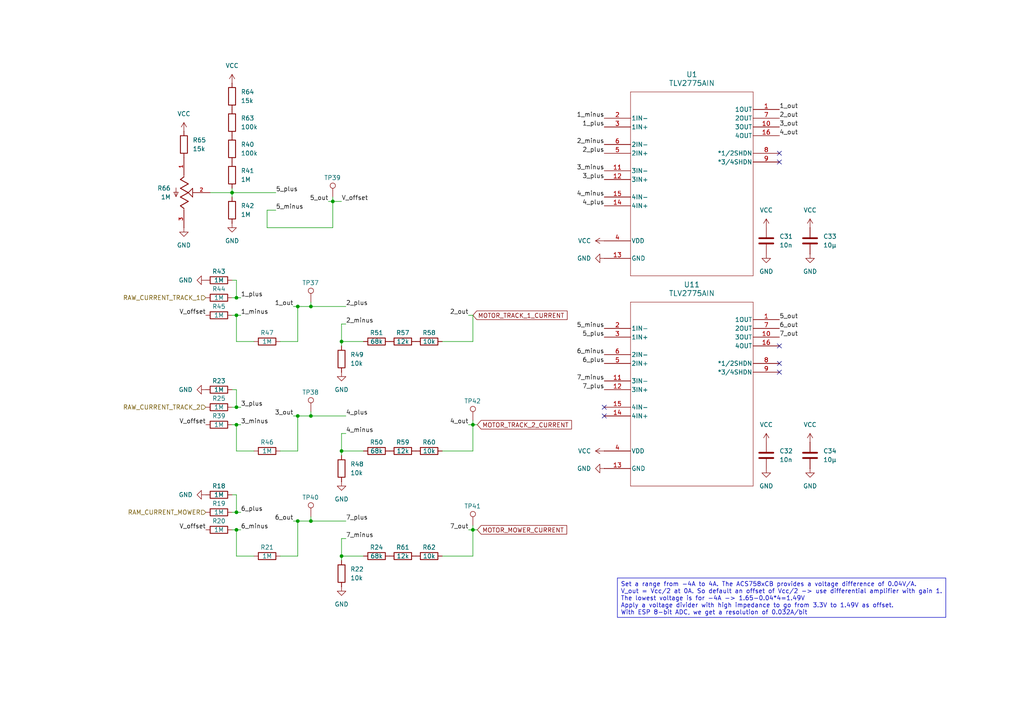
<source format=kicad_sch>
(kicad_sch (version 20231120) (generator "eeschema") (generator_version "8.0")
  (paper "A4")
  (title_block (date "2024-10-11") (rev "V0.2"))
  (lib_symbols
    (symbol "Connector:TestPoint" (pin_numbers hide) (pin_names (offset 0.762) hide)
      (property "Reference" "TP" (at 0 6.858 0))
      (property "Value" "TestPoint" (at 0 5.08 0))
      (symbol "TestPoint_0_1"
        (circle (center 0 3.302) (radius 0.762))
      )
      (symbol "TestPoint_1_1"
        (pin passive line (at 0 0 90) (length 2.54) (name "1") (number "1"))
      )
    )
    (symbol "Device:C" (pin_numbers hide) (pin_names (offset 0.254))
      (property "Reference" "C" (at 0.635 2.54 0))
      (property "Value" "C" (at 0.635 -2.54 0))
      (symbol "C_0_1"
        (polyline (pts (xy -2.032 -0.762) (xy 2.032 -0.762)) (stroke (width 0.508)))
        (polyline (pts (xy -2.032 0.762) (xy 2.032 0.762)) (stroke (width 0.508)))
      )
      (symbol "C_1_1"
        (pin passive line (at 0 3.81 270) (length 2.794) (name "~") (number "1"))
        (pin passive line (at 0 -3.81 90) (length 2.794) (name "~") (number "2"))
      )
    )
    (symbol "Device:R" (pin_numbers hide) (pin_names (offset 0))
      (property "Reference" "R" (at 2.032 0 90))
      (property "Value" "R" (at 0 0 90))
      (symbol "R_0_1"
        (rectangle (start -1.016 -2.54) (end 1.016 2.54) (stroke (width 0.254)))
      )
      (symbol "R_1_1"
        (pin passive line (at 0 3.81 270) (length 1.27) (name "~") (number "1"))
        (pin passive line (at 0 -3.81 90) (length 1.27) (name "~") (number "2"))
      )
    )
    (symbol "TLV2775AIN:TLV2775AIN" (pin_names (offset 0.254))
      (property "Reference" "U" (at 25.4 12.7 0))
      (property "Value" "TLV2775AIN" (at 25.4 10.16 0))
      (symbol "TLV2775AIN_0_1"
        (polyline (pts (xy 7.62 -45.72) (xy 43.18 -45.72)) (stroke (width 0.127)))
        (polyline (pts (xy 7.62 7.62) (xy 7.62 -45.72)) (stroke (width 0.127)))
        (polyline (pts (xy 43.18 -45.72) (xy 43.18 7.62)) (stroke (width 0.127)))
        (polyline (pts (xy 43.18 7.62) (xy 7.62 7.62)) (stroke (width 0.127)))
        (pin output line (at 50.8 2.54 180) (length 7.62) (name "1OUT") (number "1"))
        (pin output line (at 50.8 -2.54 180) (length 7.62) (name "3OUT") (number "10"))
        (pin input line (at 0 -15.24 0) (length 7.62) (name "3IN-") (number "11"))
        (pin input line (at 0 -17.78 0) (length 7.62) (name "3IN+") (number "12"))
        (pin power_in line (at 0 -40.64 0) (length 7.62) (name "GND") (number "13"))
        (pin input line (at 0 -25.4 0) (length 7.62) (name "4IN+") (number "14"))
        (pin input line (at 0 -22.86 0) (length 7.62) (name "4IN-") (number "15"))
        (pin output line (at 50.8 -5.08 180) (length 7.62) (name "4OUT") (number "16"))
        (pin input line (at 0 0 0) (length 7.62) (name "1IN-") (number "2"))
        (pin input line (at 0 -2.54 0) (length 7.62) (name "1IN+") (number "3"))
        (pin power_in line (at 0 -35.56 0) (length 7.62) (name "VDD") (number "4"))
        (pin input line (at 0 -10.16 0) (length 7.62) (name "2IN+") (number "5"))
        (pin input line (at 0 -7.62 0) (length 7.62) (name "2IN-") (number "6"))
        (pin output line (at 50.8 0 180) (length 7.62) (name "2OUT") (number "7"))
        (pin unspecified line (at 50.8 -10.16 180) (length 7.62) (name "*1/2SHDN") (number "8"))
        (pin unspecified line (at 50.8 -12.7 180) (length 7.62) (name "*3/4SHDN") (number "9"))
      )
    )
    (symbol "power:GND" (power) (pin_numbers hide) (pin_names (offset 0) hide)
      (property "Value" "GND" (at 0 -3.81 0))
      (symbol "GND_0_1"
        (polyline (pts (xy 0 0) (xy 0 -1.27) (xy 1.27 -1.27) (xy 0 -2.54) (xy -1.27 -1.27) (xy 0 -1.27)))
      )
      (symbol "GND_1_1"
        (pin power_in line (at 0 0 270) (length 0) (name "~") (number "1"))
      )
    )
    (symbol "power:VCC" (power) (pin_numbers hide) (pin_names (offset 0) hide)
      (property "Value" "VCC" (at 0 3.556 0))
      (symbol "VCC_0_1"
        (polyline (pts (xy -0.762 1.27) (xy 0 2.54)))
        (polyline (pts (xy 0 0) (xy 0 2.54)))
        (polyline (pts (xy 0 2.54) (xy 0.762 1.27)))
      )
      (symbol "VCC_1_1"
        (pin power_in line (at 0 0 90) (length 0) (name "~") (number "1"))
      )
    )
    (symbol "trim-pot:TC33X-2-105E" (pin_names (offset 1.016))
      (property "Reference" "R" (at 3.0511 3.8139 0))
      (property "Value" "TC33X-2-105E" (at 2.5421 -5.0842 0))
      (symbol "TC33X-2-105E_0_0"
        (polyline (pts (xy -4.572 0) (xy -5.08 0)) (stroke (width 0.1524)))
        (polyline (pts (xy -3.81 -1.016) (xy -4.572 0)) (stroke (width 0.254)))
        (polyline (pts (xy -2.54 1.27) (xy -3.81 -1.016)) (stroke (width 0.254)))
        (polyline (pts (xy -1.397 -2.286) (xy 1.143 -2.286)) (stroke (width 0.1524)))
        (polyline (pts (xy -1.27 -1.016) (xy -2.54 1.27)) (stroke (width 0.254)))
        (polyline (pts (xy -1.27 2.54) (xy 1.27 2.54)) (stroke (width 0.2032)))
        (polyline (pts (xy -0.127 -2.921) (xy -0.127 -1.651)) (stroke (width 0.1524)))
        (polyline (pts (xy -0.127 -1.651) (xy 1.143 -2.286)) (stroke (width 0.1524)))
        (polyline (pts (xy 0 1.27) (xy -1.27 -1.016)) (stroke (width 0.254)))
        (polyline (pts (xy 0 1.27) (xy -1.27 2.54)) (stroke (width 0.2032)))
        (polyline (pts (xy 1.143 -2.286) (xy -0.127 -2.921)) (stroke (width 0.1524)))
        (polyline (pts (xy 1.27 -1.016) (xy 0 1.27)) (stroke (width 0.254)))
        (polyline (pts (xy 1.27 2.54) (xy 0 1.27)) (stroke (width 0.2032)))
        (polyline (pts (xy 2.54 1.27) (xy 1.27 -1.016)) (stroke (width 0.254)))
        (polyline (pts (xy 3.81 -1.016) (xy 2.54 1.27)) (stroke (width 0.254)))
        (polyline (pts (xy 4.572 0) (xy 3.81 -1.016)) (stroke (width 0.254)))
        (polyline (pts (xy 5.08 0) (xy 4.572 0)) (stroke (width 0.1524)))
        (pin passive line (at -10.16 0 0) (length 5.08) (name "~") (number "1"))
        (pin passive line (at 0 7.62 270) (length 5.08) (name "~") (number "2"))
        (pin passive line (at 10.16 0 180) (length 5.08) (name "~") (number "3"))
      )
    )
  )
  (junction (at 99.06 161.29))
  (junction (at 90.17 120.65))
  (junction (at 86.36 151.13))
  (junction (at 68.58 153.67))
  (junction (at 86.36 88.9))
  (junction (at 68.58 148.59))
  (junction (at 68.58 123.19))
  (junction (at 137.16 123.19))
  (junction (at 90.17 88.9))
  (junction (at 68.58 86.36))
  (junction (at 96.52 58.42))
  (junction (at 90.17 151.13))
  (junction (at 86.36 120.65))
  (junction (at 68.58 91.44))
  (junction (at 99.06 99.06))
  (junction (at 137.16 153.67))
  (junction (at 67.31 55.88))
  (junction (at 99.06 130.81))
  (junction (at 68.58 118.11))
  (no_connect (at 175.26 120.65))
  (no_connect (at 226.06 46.99))
  (no_connect (at 226.06 100.33))
  (no_connect (at 226.06 107.95))
  (no_connect (at 226.06 44.45))
  (no_connect (at 226.06 105.41))
  (no_connect (at 175.26 118.11))
  (wire (pts (xy 81.28 130.81) (xy 86.36 130.81)))
  (wire (pts (xy 137.16 161.29) (xy 137.16 153.67)))
  (wire (pts (xy 86.36 151.13) (xy 85.09 151.13)))
  (wire (pts (xy 99.06 162.56) (xy 99.06 161.29)))
  (wire (pts (xy 128.27 130.81) (xy 137.16 130.81)))
  (wire (pts (xy 99.06 132.08) (xy 99.06 130.81)))
  (wire (pts (xy 137.16 121.92) (xy 137.16 123.19)))
  (wire (pts (xy 81.28 161.29) (xy 86.36 161.29)))
  (wire (pts (xy 99.06 130.81) (xy 99.06 125.73)))
  (wire (pts (xy 86.36 88.9) (xy 85.09 88.9)))
  (wire (pts (xy 68.58 143.51) (xy 68.58 148.59)))
  (wire (pts (xy 67.31 148.59) (xy 68.58 148.59)))
  (wire (pts (xy 68.58 81.28) (xy 68.58 86.36)))
  (wire (pts (xy 96.52 57.15) (xy 96.52 58.42)))
  (wire (pts (xy 90.17 149.86) (xy 90.17 151.13)))
  (wire (pts (xy 67.31 123.19) (xy 68.58 123.19)))
  (wire (pts (xy 60.96 55.88) (xy 67.31 55.88)))
  (wire (pts (xy 67.31 86.36) (xy 68.58 86.36)))
  (wire (pts (xy 69.85 123.19) (xy 68.58 123.19)))
  (wire (pts (xy 95.25 58.42) (xy 96.52 58.42)))
  (wire (pts (xy 90.17 120.65) (xy 100.33 120.65)))
  (wire (pts (xy 86.36 130.81) (xy 86.36 120.65)))
  (wire (pts (xy 99.06 99.06) (xy 99.06 93.98)))
  (wire (pts (xy 137.16 152.4) (xy 137.16 153.67)))
  (wire (pts (xy 68.58 123.19) (xy 68.58 130.81)))
  (wire (pts (xy 128.27 99.06) (xy 137.16 99.06)))
  (wire (pts (xy 81.28 99.06) (xy 86.36 99.06)))
  (wire (pts (xy 77.47 60.96) (xy 77.47 66.04)))
  (wire (pts (xy 67.31 143.51) (xy 68.58 143.51)))
  (wire (pts (xy 86.36 151.13) (xy 90.17 151.13)))
  (wire (pts (xy 137.16 123.19) (xy 135.89 123.19)))
  (wire (pts (xy 99.06 99.06) (xy 105.41 99.06)))
  (wire (pts (xy 99.06 100.33) (xy 99.06 99.06)))
  (wire (pts (xy 67.31 55.88) (xy 67.31 57.15)))
  (wire (pts (xy 68.58 148.59) (xy 69.85 148.59)))
  (wire (pts (xy 68.58 99.06) (xy 73.66 99.06)))
  (wire (pts (xy 96.52 58.42) (xy 99.06 58.42)))
  (wire (pts (xy 86.36 161.29) (xy 86.36 151.13)))
  (wire (pts (xy 68.58 113.03) (xy 68.58 118.11)))
  (wire (pts (xy 137.16 153.67) (xy 135.89 153.67)))
  (wire (pts (xy 68.58 118.11) (xy 69.85 118.11)))
  (wire (pts (xy 86.36 99.06) (xy 86.36 88.9)))
  (wire (pts (xy 67.31 91.44) (xy 68.58 91.44)))
  (wire (pts (xy 137.16 99.06) (xy 137.16 91.44)))
  (wire (pts (xy 67.31 81.28) (xy 68.58 81.28)))
  (wire (pts (xy 99.06 125.73) (xy 100.33 125.73)))
  (wire (pts (xy 86.36 120.65) (xy 85.09 120.65)))
  (wire (pts (xy 77.47 66.04) (xy 96.52 66.04)))
  (wire (pts (xy 68.58 161.29) (xy 73.66 161.29)))
  (wire (pts (xy 137.16 130.81) (xy 137.16 123.19)))
  (wire (pts (xy 80.01 60.96) (xy 77.47 60.96)))
  (wire (pts (xy 80.01 55.88) (xy 67.31 55.88)))
  (wire (pts (xy 67.31 118.11) (xy 68.58 118.11)))
  (wire (pts (xy 99.06 130.81) (xy 105.41 130.81)))
  (wire (pts (xy 68.58 130.81) (xy 73.66 130.81)))
  (wire (pts (xy 67.31 153.67) (xy 68.58 153.67)))
  (wire (pts (xy 138.43 153.67) (xy 137.16 153.67)))
  (wire (pts (xy 128.27 161.29) (xy 137.16 161.29)))
  (wire (pts (xy 86.36 88.9) (xy 90.17 88.9)))
  (wire (pts (xy 67.31 113.03) (xy 68.58 113.03)))
  (wire (pts (xy 99.06 161.29) (xy 99.06 156.21)))
  (wire (pts (xy 68.58 91.44) (xy 68.58 99.06)))
  (wire (pts (xy 99.06 161.29) (xy 105.41 161.29)))
  (wire (pts (xy 68.58 153.67) (xy 68.58 161.29)))
  (wire (pts (xy 99.06 156.21) (xy 100.33 156.21)))
  (wire (pts (xy 86.36 120.65) (xy 90.17 120.65)))
  (wire (pts (xy 96.52 66.04) (xy 96.52 58.42)))
  (wire (pts (xy 90.17 88.9) (xy 100.33 88.9)))
  (wire (pts (xy 137.16 91.44) (xy 135.89 91.44)))
  (wire (pts (xy 99.06 93.98) (xy 100.33 93.98)))
  (wire (pts (xy 90.17 87.63) (xy 90.17 88.9)))
  (wire (pts (xy 68.58 86.36) (xy 69.85 86.36)))
  (wire (pts (xy 69.85 91.44) (xy 68.58 91.44)))
  (wire (pts (xy 90.17 151.13) (xy 100.33 151.13)))
  (wire (pts (xy 90.17 119.38) (xy 90.17 120.65)))
  (wire (pts (xy 69.85 153.67) (xy 68.58 153.67)))
  (wire (pts (xy 138.43 123.19) (xy 137.16 123.19)))
  (wire (pts (xy 67.31 54.61) (xy 67.31 55.88)))
  (text_box "Set a range from -4A to 4A. The ACS758xCB provides a voltage difference of 0.04V/A.\nV_out = Vcc/2 at 0A. So default an offset of Vcc/2 -> use differential amplifier with gain 1.\nThe lowest voltage is for -4A -> 1.65-0.04*4=1.49V\nApply a voltage divider with high impedance to go from 3.3V to 1.49V as offset.\nWith ESP 8-bit ADC, we get a resolution of 0.032A/bit" (at 179.07 167.64 0) (size 95.25 11.43) (effects (font (size 1.27 1.27)) (justify left top)))
  (label "4_minus" (at 175.26 57.15 180))
  (label "3_out" (at 85.09 120.65 180))
  (label "2_out" (at 135.89 91.44 180))
  (label "6_out" (at 226.06 95.25 0))
  (label "7_plus" (at 175.26 113.03 180))
  (label "4_plus" (at 100.33 120.65 0))
  (label "4_plus" (at 175.26 59.69 180))
  (label "1_minus" (at 175.26 34.29 180))
  (label "V_offset" (at 99.06 58.42 0))
  (label "5_minus" (at 80.01 60.96 0))
  (label "5_out" (at 226.06 92.71 0))
  (label "5_plus" (at 80.01 55.88 0))
  (label "2_minus" (at 100.33 93.98 0))
  (label "4_minus" (at 100.33 125.73 0))
  (label "6_minus" (at 69.85 153.67 0))
  (label "3_plus" (at 175.26 52.07 180))
  (label "5_out" (at 95.25 58.42 180))
  (label "6_plus" (at 175.26 105.41 180))
  (label "6_plus" (at 69.85 148.59 0))
  (label "V_offset" (at 59.69 153.67 180))
  (label "7_out" (at 135.89 153.67 180))
  (label "V_offset" (at 59.69 123.19 180))
  (label "2_out" (at 226.06 34.29 0))
  (label "2_minus" (at 175.26 41.91 180))
  (label "1_plus" (at 175.26 36.83 180))
  (label "6_out" (at 85.09 151.13 180))
  (label "5_minus" (at 175.26 95.25 180))
  (label "V_offset" (at 59.69 91.44 180))
  (label "4_out" (at 226.06 39.37 0))
  (label "5_plus" (at 175.26 97.79 180))
  (label "3_plus" (at 69.85 118.11 0))
  (label "7_plus" (at 100.33 151.13 0))
  (label "1_minus" (at 69.85 91.44 0))
  (label "4_out" (at 135.89 123.19 180))
  (label "2_plus" (at 175.26 44.45 180))
  (label "7_minus" (at 175.26 110.49 180))
  (label "2_plus" (at 100.33 88.9 0))
  (label "1_out" (at 226.06 31.75 0))
  (label "7_out" (at 226.06 97.79 0))
  (label "3_minus" (at 175.26 49.53 180))
  (label "3_out" (at 226.06 36.83 0))
  (label "1_plus" (at 69.85 86.36 0))
  (label "1_out" (at 85.09 88.9 180))
  (label "3_minus" (at 69.85 123.19 0))
  (label "7_minus" (at 100.33 156.21 0))
  (label "6_minus" (at 175.26 102.87 180))
  (global_label "MOTOR_TRACK_1_CURRENT" (shape input) (at 137.16 91.44 0) (property "Intersheetrefs" "${INTERSHEET_REFS}" (effects (hide yes))))
  (global_label "MOTOR_MOWER_CURRENT" (shape input) (at 138.43 153.67 0) (property "Intersheetrefs" "${INTERSHEET_REFS}" (effects (hide yes))))
  (global_label "MOTOR_TRACK_2_CURRENT" (shape input) (at 138.43 123.19 0) (property "Intersheetrefs" "${INTERSHEET_REFS}" (effects (hide yes))))
  (hierarchical_label "RAM_CURRENT_MOWER" (shape input) (at 59.69 148.59 180))
  (hierarchical_label "RAW_CURRENT_TRACK_1" (shape input) (at 59.69 86.36 180))
  (hierarchical_label "RAW_CURRENT_TRACK_2" (shape input) (at 59.69 118.11 180))
  (symbol (lib_id "power:GND") (at 99.06 170.18 0) (unit 1)
    (property "Reference" "#PWR067" (effects (hide yes)))
    (property "Value" "GND" (at 99.06 175.26 0))
    (property "Description" "Power symbol creates a global label with name \"GND\" , ground" (effects (hide yes)))
  )
  (symbol (lib_id "Device:R") (at 77.47 161.29 90) (unit 1)
    (property "Reference" "R21" (at 77.47 158.75 90))
    (property "Value" "1M" (at 77.47 161.29 90))
    (property "Footprint" "Resistor_SMD:R_0805_2012Metric_Pad1.20x1.40mm_HandSolder" (effects (hide yes)))
    (property "Description" "Resistor" (effects (hide yes)))
  )
  (symbol (lib_id "Device:R") (at 63.5 91.44 90) (unit 1)
    (property "Reference" "R45" (at 63.5 88.9 90))
    (property "Value" "1M" (at 63.5 91.44 90))
    (property "Footprint" "Resistor_SMD:R_0805_2012Metric_Pad1.20x1.40mm_HandSolder" (effects (hide yes)))
    (property "Description" "Resistor" (effects (hide yes)))
  )
  (symbol (lib_id "Device:R") (at 67.31 50.8 0) (unit 1)
    (property "Reference" "R41" (at 69.85 49.5299 0) (effects (justify left)))
    (property "Value" "1M" (at 69.85 52.0699 0) (effects (justify left)))
    (property "Footprint" "Resistor_SMD:R_0805_2012Metric_Pad1.20x1.40mm_HandSolder" (effects (hide yes)))
    (property "Description" "Resistor" (effects (hide yes)))
  )
  (symbol (lib_id "Connector:TestPoint") (at 90.17 149.86 0) (unit 1)
    (property "Reference" "TP40" (at 87.63 144.272 0) (effects (justify left)))
    (property "Value" "TestPoint" (effects (hide yes)))
    (property "Footprint" "TestPoint:TestPoint_Pad_D1.5mm" (effects (hide yes)))
    (property "Description" "test point" (effects (hide yes)))
  )
  (symbol (lib_id "power:VCC") (at 222.25 66.04 0) (unit 1)
    (property "Reference" "#PWR068" (effects (hide yes)))
    (property "Value" "VCC" (at 222.25 60.96 0))
    (property "Description" "Power symbol creates a global label with name \"VCC\"" (effects (hide yes)))
  )
  (symbol (lib_id "power:GND") (at 59.69 113.03 270) (unit 1)
    (property "Reference" "#PWR070" (effects (hide yes)))
    (property "Value" "GND" (at 55.88 113.0299 90) (effects (justify right)))
    (property "Description" "Power symbol creates a global label with name \"GND\" , ground" (effects (hide yes)))
  )
  (symbol (lib_id "Device:R") (at 63.5 86.36 90) (unit 1)
    (property "Reference" "R44" (at 63.5 83.82 90))
    (property "Value" "1M" (at 63.5 86.36 90))
    (property "Footprint" "Resistor_SMD:R_0805_2012Metric_Pad1.20x1.40mm_HandSolder" (effects (hide yes)))
    (property "Description" "Resistor" (effects (hide yes)))
  )
  (symbol (lib_id "Device:R") (at 63.5 123.19 90) (unit 1)
    (property "Reference" "R39" (at 63.5 120.65 90))
    (property "Value" "1M" (at 63.5 123.19 90))
    (property "Footprint" "Resistor_SMD:R_0805_2012Metric_Pad1.20x1.40mm_HandSolder" (effects (hide yes)))
    (property "Description" "Resistor" (effects (hide yes)))
  )
  (symbol (lib_id "power:VCC") (at 222.25 128.27 0) (unit 1)
    (property "Reference" "#PWR0133" (effects (hide yes)))
    (property "Value" "VCC" (at 222.25 123.19 0))
    (property "Description" "Power symbol creates a global label with name \"VCC\"" (effects (hide yes)))
  )
  (symbol (lib_id "Device:R") (at 99.06 166.37 0) (unit 1)
    (property "Reference" "R22" (at 101.6 165.0999 0) (effects (justify left)))
    (property "Value" "10k" (at 101.6 167.6399 0) (effects (justify left)))
    (property "Footprint" "Resistor_SMD:R_0805_2012Metric_Pad1.20x1.40mm_HandSolder" (effects (hide yes)))
    (property "Description" "Resistor" (effects (hide yes)))
  )
  (symbol (lib_id "Device:R") (at 99.06 135.89 0) (unit 1)
    (property "Reference" "R48" (at 101.6 134.6199 0) (effects (justify left)))
    (property "Value" "10k" (at 101.6 137.1599 0) (effects (justify left)))
    (property "Footprint" "Resistor_SMD:R_0805_2012Metric_Pad1.20x1.40mm_HandSolder" (effects (hide yes)))
    (property "Description" "Resistor" (effects (hide yes)))
  )
  (symbol (lib_id "Device:R") (at 124.46 161.29 90) (unit 1)
    (property "Reference" "R62" (at 124.46 158.75 90))
    (property "Value" "10k" (at 124.46 161.29 90))
    (property "Footprint" "Resistor_SMD:R_0805_2012Metric_Pad1.20x1.40mm_HandSolder" (effects (hide yes)))
    (property "Description" "Resistor" (effects (hide yes)))
  )
  (symbol (lib_id "Device:R") (at 116.84 130.81 90) (unit 1)
    (property "Reference" "R59" (at 116.84 128.27 90))
    (property "Value" "12k" (at 116.84 130.81 90))
    (property "Footprint" "Resistor_SMD:R_0805_2012Metric_Pad1.20x1.40mm_HandSolder" (effects (hide yes)))
    (property "Description" "Resistor" (effects (hide yes)))
  )
  (symbol (lib_id "Device:R") (at 116.84 161.29 90) (unit 1)
    (property "Reference" "R61" (at 116.84 158.75 90))
    (property "Value" "12k" (at 116.84 161.29 90))
    (property "Footprint" "Resistor_SMD:R_0805_2012Metric_Pad1.20x1.40mm_HandSolder" (effects (hide yes)))
    (property "Description" "Resistor" (effects (hide yes)))
  )
  (symbol (lib_id "Device:C") (at 234.95 69.85 0) (unit 1)
    (property "Reference" "C33" (at 238.76 68.5799 0) (effects (justify left)))
    (property "Value" "10µ" (at 238.76 71.1199 0) (effects (justify left)))
    (property "Footprint" "Capacitor_SMD:C_0805_2012Metric_Pad1.18x1.45mm_HandSolder" (effects (hide yes)))
    (property "Description" "Unpolarized capacitor" (effects (hide yes)))
  )
  (symbol (lib_id "power:VCC") (at 53.34 38.1 0) (unit 1)
    (property "Reference" "#PWR049" (effects (hide yes)))
    (property "Value" "VCC" (at 53.34 33.02 0))
    (property "Description" "Power symbol creates a global label with name \"VCC\"" (effects (hide yes)))
  )
  (symbol (lib_id "power:GND") (at 175.26 74.93 270) (unit 1)
    (property "Reference" "#PWR063" (effects (hide yes)))
    (property "Value" "GND" (at 171.45 74.9299 90) (effects (justify right)))
    (property "Description" "Power symbol creates a global label with name \"GND\" , ground" (effects (hide yes)))
  )
  (symbol (lib_id "Connector:TestPoint") (at 137.16 121.92 0) (unit 1)
    (property "Reference" "TP42" (at 134.62 116.332 0) (effects (justify left)))
    (property "Value" "TestPoint" (effects (hide yes)))
    (property "Footprint" "TestPoint:TestPoint_Pad_D1.5mm" (effects (hide yes)))
    (property "Description" "test point" (effects (hide yes)))
  )
  (symbol (lib_id "Device:R") (at 99.06 104.14 0) (unit 1)
    (property "Reference" "R49" (at 101.6 102.8699 0) (effects (justify left)))
    (property "Value" "10k" (at 101.6 105.4099 0) (effects (justify left)))
    (property "Footprint" "Resistor_SMD:R_0805_2012Metric_Pad1.20x1.40mm_HandSolder" (effects (hide yes)))
    (property "Description" "Resistor" (effects (hide yes)))
  )
  (symbol (lib_id "power:GND") (at 59.69 143.51 270) (unit 1)
    (property "Reference" "#PWR066" (effects (hide yes)))
    (property "Value" "GND" (at 55.88 143.5099 90) (effects (justify right)))
    (property "Description" "Power symbol creates a global label with name \"GND\" , ground" (effects (hide yes)))
  )
  (symbol (lib_id "Device:R") (at 109.22 130.81 90) (unit 1)
    (property "Reference" "R50" (at 109.22 128.27 90))
    (property "Value" "68k" (at 109.22 130.81 90))
    (property "Footprint" "Resistor_SMD:R_0805_2012Metric_Pad1.20x1.40mm_HandSolder" (effects (hide yes)))
    (property "Description" "Resistor" (effects (hide yes)))
  )
  (symbol (lib_id "Device:R") (at 63.5 113.03 90) (unit 1)
    (property "Reference" "R23" (at 63.5 110.49 90))
    (property "Value" "1M" (at 63.5 113.03 90))
    (property "Footprint" "Resistor_SMD:R_0805_2012Metric_Pad1.20x1.40mm_HandSolder" (effects (hide yes)))
    (property "Description" "Resistor" (effects (hide yes)))
  )
  (symbol (lib_id "trim-pot:TC33X-2-105E") (at 53.34 55.88 270) (unit 1)
    (property "Reference" "R66" (at 49.53 54.6099 90) (effects (justify right)))
    (property "Value" "1M" (at 49.53 57.1499 90) (effects (justify right)))
    (property "Footprint" "trim-pot:TRIM_TC33X-2-105E" (effects (hide yes)))
    (property "MF" "Bourns" (effects (hide yes)))
    (property "DESCRIPTION" "Res Trimmer 100K Ohm 25% 1/10W 1_Elec_/1_Mech_Turn _3 X 3.8mm_ Foot Print SMD Embossed T/R" (effects (hide yes)))
    (property "PACKAGE" "Bourns" (effects (hide yes)))
    (property "PRICE" "None" (effects (hide yes)))
    (property "MP" "TC33X-2-104E" (effects (hide yes)))
    (property "AVAILABILITY" "Unavailable" (effects (hide yes)))
  )
  (symbol (lib_id "TLV2775AIN:TLV2775AIN") (at 175.26 95.25 0) (unit 1)
    (property "Reference" "U11" (at 200.66 82.55 0) (effects (font (size 1.524 1.524))))
    (property "Value" "TLV2775AIN" (at 200.66 85.09 0) (effects (font (size 1.524 1.524))))
    (property "Footprint" "Package_SO:TSSOP-16_4.4x5mm_P0.65mm" (effects (hide yes)))
    (property "Datasheet" "TLV2775AIN" (effects (hide yes)))
  )
  (symbol (lib_id "power:VCC") (at 175.26 69.85 90) (unit 1)
    (property "Reference" "#PWR04" (effects (hide yes)))
    (property "Value" "VCC" (at 171.45 69.8499 90) (effects (justify left)))
    (property "Description" "Power symbol creates a global label with name \"VCC\"" (effects (hide yes)))
  )
  (symbol (lib_id "power:GND") (at 99.06 139.7 0) (unit 1)
    (property "Reference" "#PWR074" (effects (hide yes)))
    (property "Value" "GND" (at 99.06 144.78 0))
    (property "Description" "Power symbol creates a global label with name \"GND\" , ground" (effects (hide yes)))
  )
  (symbol (lib_id "power:GND") (at 234.95 73.66 0) (unit 1)
    (property "Reference" "#PWR0136" (effects (hide yes)))
    (property "Value" "GND" (at 234.95 78.74 0))
    (property "Description" "Power symbol creates a global label with name \"GND\" , ground" (effects (hide yes)))
  )
  (symbol (lib_id "Connector:TestPoint") (at 90.17 87.63 0) (unit 1)
    (property "Reference" "TP37" (at 87.63 82.042 0) (effects (justify left)))
    (property "Value" "TestPoint" (effects (hide yes)))
    (property "Footprint" "TestPoint:TestPoint_Pad_D1.5mm" (effects (hide yes)))
    (property "Description" "test point" (effects (hide yes)))
  )
  (symbol (lib_id "Device:R") (at 77.47 130.81 90) (unit 1)
    (property "Reference" "R46" (at 77.47 128.27 90))
    (property "Value" "1M" (at 77.47 130.81 90))
    (property "Footprint" "Resistor_SMD:R_0805_2012Metric_Pad1.20x1.40mm_HandSolder" (effects (hide yes)))
    (property "Description" "Resistor" (effects (hide yes)))
  )
  (symbol (lib_id "power:GND") (at 175.26 135.89 270) (unit 1)
    (property "Reference" "#PWR065" (effects (hide yes)))
    (property "Value" "GND" (at 171.45 135.8899 90) (effects (justify right)))
    (property "Description" "Power symbol creates a global label with name \"GND\" , ground" (effects (hide yes)))
  )
  (symbol (lib_id "Device:R") (at 67.31 43.18 0) (unit 1)
    (property "Reference" "R40" (at 69.85 41.9099 0) (effects (justify left)))
    (property "Value" "100k" (at 69.85 44.4499 0) (effects (justify left)))
    (property "Footprint" "Resistor_SMD:R_0805_2012Metric_Pad1.20x1.40mm_HandSolder" (effects (hide yes)))
    (property "Description" "Resistor" (effects (hide yes)))
  )
  (symbol (lib_id "power:VCC") (at 234.95 66.04 0) (unit 1)
    (property "Reference" "#PWR0135" (effects (hide yes)))
    (property "Value" "VCC" (at 234.95 60.96 0))
    (property "Description" "Power symbol creates a global label with name \"VCC\"" (effects (hide yes)))
  )
  (symbol (lib_id "power:GND") (at 59.69 81.28 270) (unit 1)
    (property "Reference" "#PWR071" (effects (hide yes)))
    (property "Value" "GND" (at 55.88 81.2799 90) (effects (justify right)))
    (property "Description" "Power symbol creates a global label with name \"GND\" , ground" (effects (hide yes)))
  )
  (symbol (lib_id "Device:R") (at 67.31 60.96 0) (unit 1)
    (property "Reference" "R42" (at 69.85 59.6899 0) (effects (justify left)))
    (property "Value" "1M" (at 69.85 62.2299 0) (effects (justify left)))
    (property "Footprint" "Resistor_SMD:R_0805_2012Metric_Pad1.20x1.40mm_HandSolder" (effects (hide yes)))
    (property "Description" "Resistor" (effects (hide yes)))
  )
  (symbol (lib_id "Device:C") (at 222.25 132.08 0) (unit 1)
    (property "Reference" "C32" (at 226.06 130.8099 0) (effects (justify left)))
    (property "Value" "10n" (at 226.06 133.3499 0) (effects (justify left)))
    (property "Footprint" "Capacitor_SMD:C_0805_2012Metric_Pad1.18x1.45mm_HandSolder" (effects (hide yes)))
    (property "Description" "Unpolarized capacitor" (effects (hide yes)))
  )
  (symbol (lib_id "Device:R") (at 63.5 148.59 90) (unit 1)
    (property "Reference" "R19" (at 63.5 146.05 90))
    (property "Value" "1M" (at 63.5 148.59 90))
    (property "Footprint" "Resistor_SMD:R_0805_2012Metric_Pad1.20x1.40mm_HandSolder" (effects (hide yes)))
    (property "Description" "Resistor" (effects (hide yes)))
  )
  (symbol (lib_id "power:GND") (at 222.25 135.89 0) (unit 1)
    (property "Reference" "#PWR0134" (effects (hide yes)))
    (property "Value" "GND" (at 222.25 140.97 0))
    (property "Description" "Power symbol creates a global label with name \"GND\" , ground" (effects (hide yes)))
  )
  (symbol (lib_id "Device:R") (at 53.34 41.91 0) (unit 1)
    (property "Reference" "R65" (at 55.88 40.6399 0) (effects (justify left)))
    (property "Value" "15k" (at 55.88 43.1799 0) (effects (justify left)))
    (property "Footprint" "Resistor_SMD:R_0805_2012Metric_Pad1.20x1.40mm_HandSolder" (effects (hide yes)))
    (property "Description" "Resistor" (effects (hide yes)))
  )
  (symbol (lib_id "Connector:TestPoint") (at 90.17 119.38 0) (unit 1)
    (property "Reference" "TP38" (at 87.63 113.792 0) (effects (justify left)))
    (property "Value" "TestPoint" (effects (hide yes)))
    (property "Footprint" "TestPoint:TestPoint_Pad_D1.5mm" (effects (hide yes)))
    (property "Description" "test point" (effects (hide yes)))
  )
  (symbol (lib_id "Device:R") (at 109.22 161.29 90) (unit 1)
    (property "Reference" "R24" (at 109.22 158.75 90))
    (property "Value" "68k" (at 109.22 161.29 90))
    (property "Footprint" "Resistor_SMD:R_0805_2012Metric_Pad1.20x1.40mm_HandSolder" (effects (hide yes)))
    (property "Description" "Resistor" (effects (hide yes)))
  )
  (symbol (lib_id "Device:R") (at 63.5 118.11 90) (unit 1)
    (property "Reference" "R25" (at 63.5 115.57 90))
    (property "Value" "1M" (at 63.5 118.11 90))
    (property "Footprint" "Resistor_SMD:R_0805_2012Metric_Pad1.20x1.40mm_HandSolder" (effects (hide yes)))
    (property "Description" "Resistor" (effects (hide yes)))
  )
  (symbol (lib_id "Device:R") (at 67.31 35.56 0) (unit 1)
    (property "Reference" "R63" (at 69.85 34.2899 0) (effects (justify left)))
    (property "Value" "100k" (at 69.85 36.8299 0) (effects (justify left)))
    (property "Footprint" "Resistor_SMD:R_0805_2012Metric_Pad1.20x1.40mm_HandSolder" (effects (hide yes)))
    (property "Description" "Resistor" (effects (hide yes)))
  )
  (symbol (lib_id "Device:R") (at 124.46 99.06 90) (unit 1)
    (property "Reference" "R58" (at 124.46 96.52 90))
    (property "Value" "10k" (at 124.46 99.06 90))
    (property "Footprint" "Resistor_SMD:R_0805_2012Metric_Pad1.20x1.40mm_HandSolder" (effects (hide yes)))
    (property "Description" "Resistor" (effects (hide yes)))
  )
  (symbol (lib_id "Device:C") (at 234.95 132.08 0) (unit 1)
    (property "Reference" "C34" (at 238.76 130.8099 0) (effects (justify left)))
    (property "Value" "10µ" (at 238.76 133.3499 0) (effects (justify left)))
    (property "Footprint" "Capacitor_SMD:C_0805_2012Metric_Pad1.18x1.45mm_HandSolder" (effects (hide yes)))
    (property "Description" "Unpolarized capacitor" (effects (hide yes)))
  )
  (symbol (lib_id "power:VCC") (at 234.95 128.27 0) (unit 1)
    (property "Reference" "#PWR0137" (effects (hide yes)))
    (property "Value" "VCC" (at 234.95 123.19 0))
    (property "Description" "Power symbol creates a global label with name \"VCC\"" (effects (hide yes)))
  )
  (symbol (lib_id "Device:R") (at 109.22 99.06 90) (unit 1)
    (property "Reference" "R51" (at 109.22 96.52 90))
    (property "Value" "68k" (at 109.22 99.06 90))
    (property "Footprint" "Resistor_SMD:R_0805_2012Metric_Pad1.20x1.40mm_HandSolder" (effects (hide yes)))
    (property "Description" "Resistor" (effects (hide yes)))
  )
  (symbol (lib_id "power:GND") (at 234.95 135.89 0) (unit 1)
    (property "Reference" "#PWR0138" (effects (hide yes)))
    (property "Value" "GND" (at 234.95 140.97 0))
    (property "Description" "Power symbol creates a global label with name \"GND\" , ground" (effects (hide yes)))
  )
  (symbol (lib_id "Device:R") (at 63.5 153.67 90) (unit 1)
    (property "Reference" "R20" (at 63.5 151.13 90))
    (property "Value" "1M" (at 63.5 153.67 90))
    (property "Footprint" "Resistor_SMD:R_0805_2012Metric_Pad1.20x1.40mm_HandSolder" (effects (hide yes)))
    (property "Description" "Resistor" (effects (hide yes)))
  )
  (symbol (lib_id "Device:C") (at 222.25 69.85 0) (unit 1)
    (property "Reference" "C31" (at 226.06 68.5799 0) (effects (justify left)))
    (property "Value" "10n" (at 226.06 71.1199 0) (effects (justify left)))
    (property "Footprint" "Capacitor_SMD:C_0805_2012Metric_Pad1.18x1.45mm_HandSolder" (effects (hide yes)))
    (property "Description" "Unpolarized capacitor" (effects (hide yes)))
  )
  (symbol (lib_id "power:GND") (at 53.34 66.04 0) (unit 1)
    (property "Reference" "#PWR050" (effects (hide yes)))
    (property "Value" "GND" (at 53.34 71.12 0))
    (property "Description" "Power symbol creates a global label with name \"GND\" , ground" (effects (hide yes)))
  )
  (symbol (lib_id "Connector:TestPoint") (at 96.52 57.15 0) (unit 1)
    (property "Reference" "TP39" (at 93.98 51.562 0) (effects (justify left)))
    (property "Value" "TestPoint" (effects (hide yes)))
    (property "Footprint" "TestPoint:TestPoint_Pad_D1.5mm" (effects (hide yes)))
    (property "Description" "test point" (effects (hide yes)))
  )
  (symbol (lib_id "Device:R") (at 116.84 99.06 90) (unit 1)
    (property "Reference" "R57" (at 116.84 96.52 90))
    (property "Value" "12k" (at 116.84 99.06 90))
    (property "Footprint" "Resistor_SMD:R_0805_2012Metric_Pad1.20x1.40mm_HandSolder" (effects (hide yes)))
    (property "Description" "Resistor" (effects (hide yes)))
  )
  (symbol (lib_id "Device:R") (at 77.47 99.06 90) (unit 1)
    (property "Reference" "R47" (at 77.47 96.52 90))
    (property "Value" "1M" (at 77.47 99.06 90))
    (property "Footprint" "Resistor_SMD:R_0805_2012Metric_Pad1.20x1.40mm_HandSolder" (effects (hide yes)))
    (property "Description" "Resistor" (effects (hide yes)))
  )
  (symbol (lib_id "Connector:TestPoint") (at 137.16 152.4 0) (unit 1)
    (property "Reference" "TP41" (at 134.62 146.812 0) (effects (justify left)))
    (property "Value" "TestPoint" (effects (hide yes)))
    (property "Footprint" "TestPoint:TestPoint_Pad_D1.5mm" (effects (hide yes)))
    (property "Description" "test point" (effects (hide yes)))
  )
  (symbol (lib_id "power:VCC") (at 67.31 24.13 0) (unit 1)
    (property "Reference" "#PWR072" (effects (hide yes)))
    (property "Value" "VCC" (at 67.31 19.05 0))
    (property "Description" "Power symbol creates a global label with name \"VCC\"" (effects (hide yes)))
  )
  (symbol (lib_id "Device:R") (at 63.5 143.51 90) (unit 1)
    (property "Reference" "R18" (at 63.5 140.97 90))
    (property "Value" "1M" (at 63.5 143.51 90))
    (property "Footprint" "Resistor_SMD:R_0805_2012Metric_Pad1.20x1.40mm_HandSolder" (effects (hide yes)))
    (property "Description" "Resistor" (effects (hide yes)))
  )
  (symbol (lib_id "Device:R") (at 67.31 27.94 0) (unit 1)
    (property "Reference" "R64" (at 69.85 26.6699 0) (effects (justify left)))
    (property "Value" "15k" (at 69.85 29.2099 0) (effects (justify left)))
    (property "Footprint" "Resistor_SMD:R_0805_2012Metric_Pad1.20x1.40mm_HandSolder" (effects (hide yes)))
    (property "Description" "Resistor" (effects (hide yes)))
  )
  (symbol (lib_id "Device:R") (at 63.5 81.28 90) (unit 1)
    (property "Reference" "R43" (at 63.5 78.74 90))
    (property "Value" "1M" (at 63.5 81.28 90))
    (property "Footprint" "Resistor_SMD:R_0805_2012Metric_Pad1.20x1.40mm_HandSolder" (effects (hide yes)))
    (property "Description" "Resistor" (effects (hide yes)))
  )
  (symbol (lib_id "TLV2775AIN:TLV2775AIN") (at 175.26 34.29 0) (unit 1)
    (property "Reference" "U1" (at 200.66 21.59 0) (effects (font (size 1.524 1.524))))
    (property "Value" "TLV2775AIN" (at 200.66 24.13 0) (effects (font (size 1.524 1.524))))
    (property "Footprint" "Package_SO:TSSOP-16_4.4x5mm_P0.65mm" (effects (hide yes)))
    (property "Datasheet" "TLV2775AIN" (effects (hide yes)))
  )
  (symbol (lib_id "power:GND") (at 99.06 107.95 0) (unit 1)
    (property "Reference" "#PWR0132" (effects (hide yes)))
    (property "Value" "GND" (at 99.06 113.03 0))
    (property "Description" "Power symbol creates a global label with name \"GND\" , ground" (effects (hide yes)))
  )
  (symbol (lib_id "power:GND") (at 67.31 64.77 0) (unit 1)
    (property "Reference" "#PWR073" (effects (hide yes)))
    (property "Value" "GND" (at 67.31 69.85 0))
    (property "Description" "Power symbol creates a global label with name \"GND\" , ground" (effects (hide yes)))
  )
  (symbol (lib_id "power:VCC") (at 175.26 130.81 90) (unit 1)
    (property "Reference" "#PWR064" (effects (hide yes)))
    (property "Value" "VCC" (at 171.45 130.8099 90) (effects (justify left)))
    (property "Description" "Power symbol creates a global label with name \"VCC\"" (effects (hide yes)))
  )
  (symbol (lib_id "power:GND") (at 222.25 73.66 0) (unit 1)
    (property "Reference" "#PWR069" (effects (hide yes)))
    (property "Value" "GND" (at 222.25 78.74 0))
    (property "Description" "Power symbol creates a global label with name \"GND\" , ground" (effects (hide yes)))
  )
  (symbol (lib_id "Device:R") (at 124.46 130.81 90) (unit 1)
    (property "Reference" "R60" (at 124.46 128.27 90))
    (property "Value" "10k" (at 124.46 130.81 90))
    (property "Footprint" "Resistor_SMD:R_0805_2012Metric_Pad1.20x1.40mm_HandSolder" (effects (hide yes)))
    (property "Description" "Resistor" (effects (hide yes)))
  )
)
</source>
